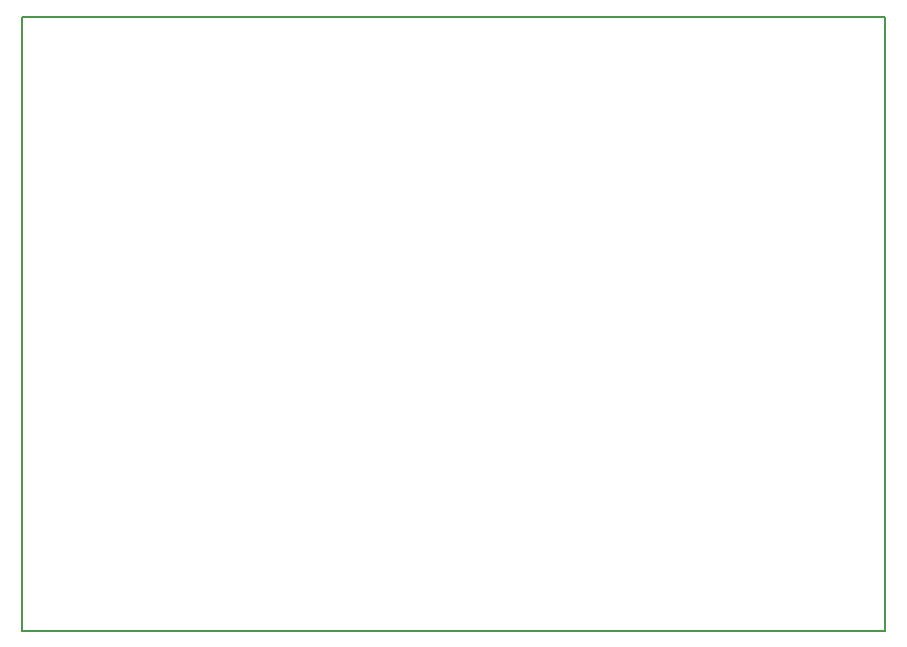
<source format=gbr>
G04 #@! TF.GenerationSoftware,KiCad,Pcbnew,5.0.2-bee76a0~70~ubuntu18.04.1*
G04 #@! TF.CreationDate,2019-12-11T08:43:07+01:00*
G04 #@! TF.ProjectId,lynsyn,6c796e73-796e-42e6-9b69-6361645f7063,rev?*
G04 #@! TF.SameCoordinates,Original*
G04 #@! TF.FileFunction,Profile,NP*
%FSLAX46Y46*%
G04 Gerber Fmt 4.6, Leading zero omitted, Abs format (unit mm)*
G04 Created by KiCad (PCBNEW 5.0.2-bee76a0~70~ubuntu18.04.1) date on. 11. des. 2019 kl. 08.43 +0100*
%MOMM*%
%LPD*%
G01*
G04 APERTURE LIST*
%ADD10C,0.150000*%
G04 APERTURE END LIST*
D10*
X147065000Y-146190000D02*
X74065000Y-146190000D01*
X147065000Y-94190000D02*
X147065000Y-146190000D01*
X74065000Y-94190000D02*
X147065000Y-94190000D01*
X74065000Y-146190000D02*
X74065000Y-94190000D01*
M02*

</source>
